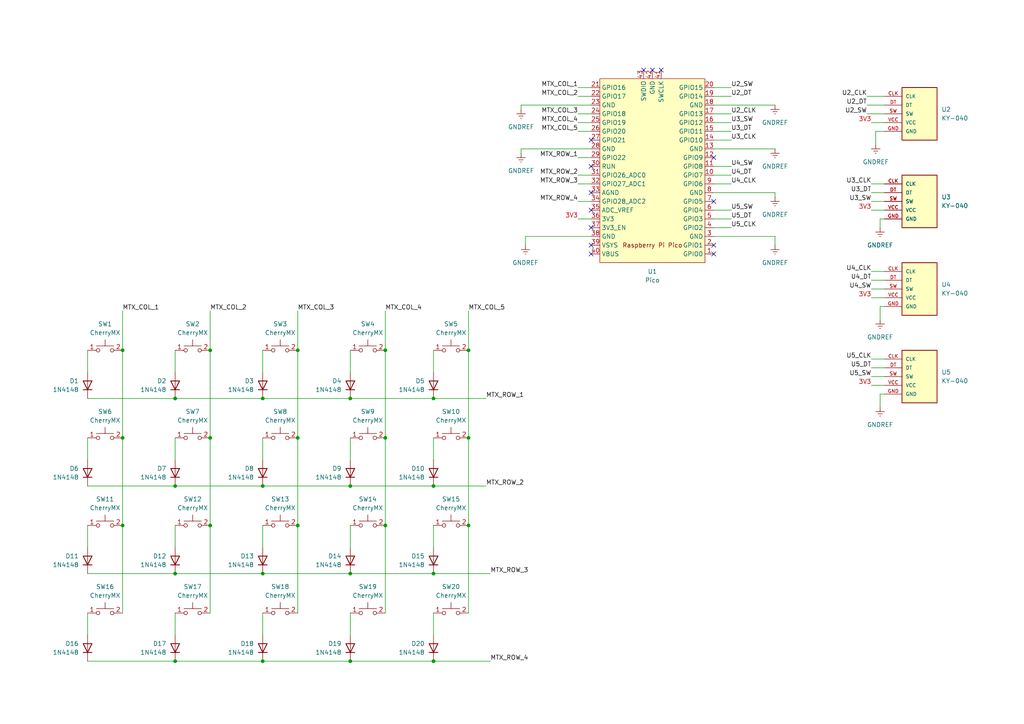
<source format=kicad_sch>
(kicad_sch (version 20230121) (generator eeschema)
  (paper "A4")
  (title_block (title "20-Key Macropad W/ 4 Rotary Encoders") (date "2023-11-14") (rev "1") (company "Penaz") (comment 1 "This macropad has not been tested yet."))
  (lib_symbols
    (symbol "Diode:1N4148" (pin_numbers hide) (pin_names hide)
      (property "Reference" "D" (at 0 2.54 0))
      (property "Value" "1N4148" (at 0 -2.54 0))
      (symbol "1N4148_0_1"
        (polyline (pts (xy -1.27 1.27) (xy -1.27 -1.27)) (stroke (width 0.254)))
        (polyline (pts (xy 1.27 0) (xy -1.27 0)))
        (polyline (pts (xy 1.27 1.27) (xy 1.27 -1.27) (xy -1.27 0) (xy 1.27 1.27)) (stroke (width 0.254)))
      )
      (symbol "1N4148_1_1"
        (pin passive line (at -3.81 0 0) (length 2.54) (name "K") (number "1"))
        (pin passive line (at 3.81 0 180) (length 2.54) (name "A") (number "2"))
      )
    )
    (symbol "KY-040_1" (pin_names (offset 1.016))
      (property "Reference" "U" (at -5.08 10.16 0))
      (property "Value" "KY-040" (at -5.08 -12.7 0))
      (symbol "KY-040_1_0_0"
        (rectangle (start -5.08 -7.62) (end 5.08 7.62) (stroke (width 0.254)) (fill (type background)))
        (pin output line (at -10.16 5.08 0) (length 5.08) (name "CLK") (number "CLK"))
        (pin output line (at -10.16 2.54 0) (length 5.08) (name "DT") (number "DT"))
        (pin power_in line (at -10.16 -5.08 0) (length 5.08) (name "GND") (number "GND"))
        (pin output line (at -10.16 0 0) (length 5.08) (name "SW") (number "SW"))
        (pin power_in line (at -10.16 -2.54 0) (length 5.08) (name "VCC") (number "VCC"))
      )
    )
    (symbol "KY-040_2" (pin_names (offset 1.016))
      (property "Reference" "U" (at -5.08 10.16 0))
      (property "Value" "KY-040" (at -5.08 -12.7 0))
      (symbol "KY-040_2_0_0"
        (rectangle (start -5.08 -7.62) (end 5.08 7.62) (stroke (width 0.254)) (fill (type background)))
        (pin output line (at -10.16 5.08 0) (length 5.08) (name "CLK") (number "CLK"))
        (pin output line (at -10.16 2.54 0) (length 5.08) (name "DT") (number "DT"))
        (pin power_in line (at -10.16 -5.08 0) (length 5.08) (name "GND") (number "GND"))
        (pin output line (at -10.16 0 0) (length 5.08) (name "SW") (number "SW"))
        (pin power_in line (at -10.16 -2.54 0) (length 5.08) (name "VCC") (number "VCC"))
      )
    )
    (symbol "MCU_RaspberryPi_and_Boards:CherryMX" (pin_names (offset 0.254))
      (property "Reference" "SW" (at 2.54 3.175 0))
      (property "Value" "CherryMX" (at 0 -1.905 0))
      (symbol "CherryMX_1_1"
        (circle (center -2.032 0) (radius 0.508))
        (polyline (pts (xy 0 1.27) (xy 0 3.048)))
        (polyline (pts (xy 2.54 1.27) (xy -2.54 1.27)))
        (circle (center 2.032 0) (radius 0.508))
        (pin passive line (at -5.08 0 0) (length 2.54) (name "~") (number "1"))
        (pin passive line (at 5.08 0 180) (length 2.54) (name "~") (number "2"))
      )
    )
    (symbol "MCU_RaspberryPi_and_Boards:Pico"
      (property "Reference" "U" (at -13.97 27.94 0))
      (property "Value" "Pico" (at 0 19.05 0))
      (symbol "Pico_0_0"
        (text "Raspberry Pi Pico" (at 0 21.59 0) (effects (font (size 1.27 1.27))))
      )
      (symbol "Pico_0_1"
        (rectangle (start -15.24 26.67) (end 15.24 -26.67) (fill (type background)))
      )
      (symbol "Pico_1_1"
        (pin bidirectional line (at -17.78 24.13 0) (length 2.54) (name "GPIO0") (number "1"))
        (pin bidirectional line (at -17.78 1.27 0) (length 2.54) (name "GPIO7") (number "10"))
        (pin bidirectional line (at -17.78 -1.27 0) (length 2.54) (name "GPIO8") (number "11"))
        (pin bidirectional line (at -17.78 -3.81 0) (length 2.54) (name "GPIO9") (number "12"))
        (pin power_in line (at -17.78 -6.35 0) (length 2.54) (name "GND") (number "13"))
        (pin bidirectional line (at -17.78 -8.89 0) (length 2.54) (name "GPIO10") (number "14"))
        (pin bidirectional line (at -17.78 -11.43 0) (length 2.54) (name "GPIO11") (number "15"))
        (pin bidirectional line (at -17.78 -13.97 0) (length 2.54) (name "GPIO12") (number "16"))
        (pin bidirectional line (at -17.78 -16.51 0) (length 2.54) (name "GPIO13") (number "17"))
        (pin power_in line (at -17.78 -19.05 0) (length 2.54) (name "GND") (number "18"))
        (pin bidirectional line (at -17.78 -21.59 0) (length 2.54) (name "GPIO14") (number "19"))
        (pin bidirectional line (at -17.78 21.59 0) (length 2.54) (name "GPIO1") (number "2"))
        (pin bidirectional line (at -17.78 -24.13 0) (length 2.54) (name "GPIO15") (number "20"))
        (pin bidirectional line (at 17.78 -24.13 180) (length 2.54) (name "GPIO16") (number "21"))
        (pin bidirectional line (at 17.78 -21.59 180) (length 2.54) (name "GPIO17") (number "22"))
        (pin power_in line (at 17.78 -19.05 180) (length 2.54) (name "GND") (number "23"))
        (pin bidirectional line (at 17.78 -16.51 180) (length 2.54) (name "GPIO18") (number "24"))
        (pin bidirectional line (at 17.78 -13.97 180) (length 2.54) (name "GPIO19") (number "25"))
        (pin bidirectional line (at 17.78 -11.43 180) (length 2.54) (name "GPIO20") (number "26"))
        (pin bidirectional line (at 17.78 -8.89 180) (length 2.54) (name "GPIO21") (number "27"))
        (pin power_in line (at 17.78 -6.35 180) (length 2.54) (name "GND") (number "28"))
        (pin bidirectional line (at 17.78 -3.81 180) (length 2.54) (name "GPIO22") (number "29"))
        (pin power_in line (at -17.78 19.05 0) (length 2.54) (name "GND") (number "3"))
        (pin input line (at 17.78 -1.27 180) (length 2.54) (name "RUN") (number "30"))
        (pin bidirectional line (at 17.78 1.27 180) (length 2.54) (name "GPIO26_ADC0") (number "31"))
        (pin bidirectional line (at 17.78 3.81 180) (length 2.54) (name "GPIO27_ADC1") (number "32"))
        (pin power_in line (at 17.78 6.35 180) (length 2.54) (name "AGND") (number "33"))
        (pin bidirectional line (at 17.78 8.89 180) (length 2.54) (name "GPIO28_ADC2") (number "34"))
        (pin power_in line (at 17.78 11.43 180) (length 2.54) (name "ADC_VREF") (number "35"))
        (pin power_in line (at 17.78 13.97 180) (length 2.54) (name "3V3") (number "36"))
        (pin input line (at 17.78 16.51 180) (length 2.54) (name "3V3_EN") (number "37"))
        (pin bidirectional line (at 17.78 19.05 180) (length 2.54) (name "GND") (number "38"))
        (pin power_in line (at 17.78 21.59 180) (length 2.54) (name "VSYS") (number "39"))
        (pin bidirectional line (at -17.78 16.51 0) (length 2.54) (name "GPIO2") (number "4"))
        (pin power_in line (at 17.78 24.13 180) (length 2.54) (name "VBUS") (number "40"))
        (pin input line (at -2.54 -29.21 90) (length 2.54) (name "SWCLK") (number "41"))
        (pin power_in line (at 0 -29.21 90) (length 2.54) (name "GND") (number "42"))
        (pin bidirectional line (at 2.54 -29.21 90) (length 2.54) (name "SWDIO") (number "43"))
        (pin bidirectional line (at -17.78 13.97 0) (length 2.54) (name "GPIO3") (number "5"))
        (pin bidirectional line (at -17.78 11.43 0) (length 2.54) (name "GPIO4") (number "6"))
        (pin bidirectional line (at -17.78 8.89 0) (length 2.54) (name "GPIO5") (number "7"))
        (pin power_in line (at -17.78 6.35 0) (length 2.54) (name "GND") (number "8"))
        (pin bidirectional line (at -17.78 3.81 0) (length 2.54) (name "GPIO6") (number "9"))
      )
    )
    (symbol "power:GNDREF" (power) (pin_names (offset 0))
      (property "Value" "GNDREF" (at 0 -3.81 0))
      (symbol "GNDREF_0_1"
        (polyline (pts (xy -0.635 -1.905) (xy 0.635 -1.905)))
        (polyline (pts (xy -0.127 -2.54) (xy 0.127 -2.54)))
        (polyline (pts (xy 0 -1.27) (xy 0 0)))
        (polyline (pts (xy 1.27 -1.27) (xy -1.27 -1.27)))
      )
      (symbol "GNDREF_1_1"
        (pin power_in line (at 0 0 270) (length 0) hide (name "GNDREF") (number "1"))
      )
    )
  )
  (junction (at 101.6 166.37))
  (junction (at 86.36 127))
  (junction (at 35.56 127))
  (junction (at 101.6 140.97))
  (junction (at 125.73 166.37))
  (junction (at 76.2 115.57))
  (junction (at 50.8 166.37))
  (junction (at 60.96 101.6))
  (junction (at 125.73 191.77))
  (junction (at 101.6 191.77))
  (junction (at 76.2 166.37))
  (junction (at 35.56 101.6))
  (junction (at 135.89 127))
  (junction (at 76.2 191.77))
  (junction (at 50.8 191.77))
  (junction (at 86.36 152.4))
  (junction (at 125.73 140.97))
  (junction (at 135.89 152.4))
  (junction (at 60.96 152.4))
  (junction (at 50.8 140.97))
  (junction (at 135.89 101.6))
  (junction (at 60.96 127))
  (junction (at 50.8 115.57))
  (junction (at 111.76 152.4))
  (junction (at 35.56 152.4))
  (junction (at 101.6 115.57))
  (junction (at 86.36 101.6))
  (junction (at 76.2 140.97))
  (junction (at 125.73 115.57))
  (junction (at 111.76 101.6))
  (junction (at 111.76 127))
  (no_connect (at 207.01 45.72))
  (no_connect (at 171.45 73.66))
  (no_connect (at 207.01 73.66))
  (no_connect (at 191.77 20.32))
  (no_connect (at 207.01 58.42))
  (no_connect (at 171.45 66.04))
  (no_connect (at 171.45 40.64))
  (no_connect (at 171.45 71.12))
  (no_connect (at 171.45 48.26))
  (no_connect (at 171.45 60.96))
  (no_connect (at 171.45 55.88))
  (no_connect (at 207.01 71.12))
  (no_connect (at 189.23 20.32))
  (no_connect (at 186.69 20.32))
  (wire (pts (xy 25.4 177.8) (xy 25.4 184.15)))
  (wire (pts (xy 50.8 127) (xy 50.8 133.35)))
  (wire (pts (xy 60.96 90.17) (xy 60.96 101.6)))
  (wire (pts (xy 256.54 114.3) (xy 255.27 114.3)))
  (wire (pts (xy 207.01 63.5) (xy 212.09 63.5)))
  (wire (pts (xy 101.6 191.77) (xy 125.73 191.77)))
  (wire (pts (xy 207.01 43.18) (xy 224.79 43.18)))
  (wire (pts (xy 167.64 38.1) (xy 171.45 38.1)))
  (wire (pts (xy 252.73 81.28) (xy 256.54 81.28)))
  (wire (pts (xy 25.4 152.4) (xy 25.4 158.75)))
  (wire (pts (xy 207.01 66.04) (xy 212.09 66.04)))
  (wire (pts (xy 167.64 45.72) (xy 171.45 45.72)))
  (wire (pts (xy 167.64 35.56) (xy 171.45 35.56)))
  (wire (pts (xy 207.01 53.34) (xy 212.09 53.34)))
  (wire (pts (xy 60.96 152.4) (xy 60.96 177.8)))
  (wire (pts (xy 25.4 101.6) (xy 25.4 107.95)))
  (wire (pts (xy 252.73 104.14) (xy 256.54 104.14)))
  (wire (pts (xy 135.89 101.6) (xy 135.89 127)))
  (wire (pts (xy 135.89 90.17) (xy 135.89 101.6)))
  (wire (pts (xy 251.46 27.94) (xy 256.54 27.94)))
  (wire (pts (xy 167.64 27.94) (xy 171.45 27.94)))
  (wire (pts (xy 50.8 191.77) (xy 76.2 191.77)))
  (wire (pts (xy 125.73 115.57) (xy 140.97 115.57)))
  (wire (pts (xy 25.4 191.77) (xy 50.8 191.77)))
  (wire (pts (xy 60.96 127) (xy 60.96 152.4)))
  (wire (pts (xy 35.56 101.6) (xy 35.56 127)))
  (wire (pts (xy 207.01 48.26) (xy 212.09 48.26)))
  (wire (pts (xy 207.01 30.48) (xy 224.79 30.48)))
  (wire (pts (xy 207.01 55.88) (xy 224.79 55.88)))
  (wire (pts (xy 86.36 90.17) (xy 86.36 101.6)))
  (wire (pts (xy 207.01 35.56) (xy 212.09 35.56)))
  (wire (pts (xy 252.73 106.68) (xy 256.54 106.68)))
  (wire (pts (xy 111.76 90.17) (xy 111.76 101.6)))
  (wire (pts (xy 125.73 166.37) (xy 142.24 166.37)))
  (wire (pts (xy 255.27 66.04) (xy 255.27 63.5)))
  (wire (pts (xy 252.73 60.96) (xy 256.54 60.96)))
  (wire (pts (xy 76.2 127) (xy 76.2 133.35)))
  (wire (pts (xy 25.4 140.97) (xy 50.8 140.97)))
  (wire (pts (xy 252.73 53.34) (xy 256.54 53.34)))
  (wire (pts (xy 167.64 63.5) (xy 171.45 63.5)))
  (wire (pts (xy 35.56 152.4) (xy 35.56 177.8)))
  (wire (pts (xy 207.01 68.58) (xy 224.79 68.58)))
  (wire (pts (xy 50.8 166.37) (xy 76.2 166.37)))
  (wire (pts (xy 252.73 78.74) (xy 256.54 78.74)))
  (wire (pts (xy 76.2 115.57) (xy 101.6 115.57)))
  (wire (pts (xy 171.45 43.18) (xy 151.13 43.18)))
  (wire (pts (xy 101.6 127) (xy 101.6 133.35)))
  (wire (pts (xy 25.4 166.37) (xy 50.8 166.37)))
  (wire (pts (xy 252.73 109.22) (xy 256.54 109.22)))
  (wire (pts (xy 252.73 55.88) (xy 256.54 55.88)))
  (wire (pts (xy 255.27 63.5) (xy 256.54 63.5)))
  (wire (pts (xy 167.64 58.42) (xy 171.45 58.42)))
  (wire (pts (xy 254 38.1) (xy 254 41.91)))
  (wire (pts (xy 125.73 177.8) (xy 125.73 184.15)))
  (wire (pts (xy 50.8 140.97) (xy 76.2 140.97)))
  (wire (pts (xy 76.2 177.8) (xy 76.2 184.15)))
  (wire (pts (xy 101.6 177.8) (xy 101.6 184.15)))
  (wire (pts (xy 135.89 152.4) (xy 135.89 177.8)))
  (wire (pts (xy 207.01 25.4) (xy 212.09 25.4)))
  (wire (pts (xy 207.01 38.1) (xy 212.09 38.1)))
  (wire (pts (xy 152.4 68.58) (xy 152.4 71.12)))
  (wire (pts (xy 151.13 30.48) (xy 151.13 31.75)))
  (wire (pts (xy 224.79 68.58) (xy 224.79 71.12)))
  (wire (pts (xy 50.8 152.4) (xy 50.8 158.75)))
  (wire (pts (xy 25.4 127) (xy 25.4 133.35)))
  (wire (pts (xy 101.6 140.97) (xy 125.73 140.97)))
  (wire (pts (xy 125.73 127) (xy 125.73 133.35)))
  (wire (pts (xy 101.6 152.4) (xy 101.6 158.75)))
  (wire (pts (xy 255.27 88.9) (xy 255.27 92.71)))
  (wire (pts (xy 252.73 111.76) (xy 256.54 111.76)))
  (wire (pts (xy 76.2 140.97) (xy 101.6 140.97)))
  (wire (pts (xy 50.8 177.8) (xy 50.8 184.15)))
  (wire (pts (xy 25.4 115.57) (xy 50.8 115.57)))
  (wire (pts (xy 76.2 152.4) (xy 76.2 158.75)))
  (wire (pts (xy 101.6 115.57) (xy 125.73 115.57)))
  (wire (pts (xy 207.01 50.8) (xy 212.09 50.8)))
  (wire (pts (xy 224.79 55.88) (xy 224.79 57.15)))
  (wire (pts (xy 50.8 115.57) (xy 76.2 115.57)))
  (wire (pts (xy 111.76 101.6) (xy 111.76 127)))
  (wire (pts (xy 151.13 43.18) (xy 151.13 44.45)))
  (wire (pts (xy 167.64 53.34) (xy 171.45 53.34)))
  (wire (pts (xy 252.73 83.82) (xy 256.54 83.82)))
  (wire (pts (xy 135.89 127) (xy 135.89 152.4)))
  (wire (pts (xy 76.2 191.77) (xy 101.6 191.77)))
  (wire (pts (xy 125.73 140.97) (xy 140.97 140.97)))
  (wire (pts (xy 86.36 152.4) (xy 86.36 177.8)))
  (wire (pts (xy 207.01 33.02) (xy 212.09 33.02)))
  (wire (pts (xy 125.73 191.77) (xy 142.24 191.77)))
  (wire (pts (xy 76.2 166.37) (xy 101.6 166.37)))
  (wire (pts (xy 251.46 33.02) (xy 256.54 33.02)))
  (wire (pts (xy 167.64 50.8) (xy 171.45 50.8)))
  (wire (pts (xy 167.64 33.02) (xy 171.45 33.02)))
  (wire (pts (xy 125.73 101.6) (xy 125.73 107.95)))
  (wire (pts (xy 125.73 152.4) (xy 125.73 158.75)))
  (wire (pts (xy 76.2 101.6) (xy 76.2 107.95)))
  (wire (pts (xy 111.76 127) (xy 111.76 152.4)))
  (wire (pts (xy 50.8 101.6) (xy 50.8 107.95)))
  (wire (pts (xy 171.45 68.58) (xy 152.4 68.58)))
  (wire (pts (xy 207.01 27.94) (xy 212.09 27.94)))
  (wire (pts (xy 167.64 25.4) (xy 171.45 25.4)))
  (wire (pts (xy 251.46 30.48) (xy 256.54 30.48)))
  (wire (pts (xy 101.6 101.6) (xy 101.6 107.95)))
  (wire (pts (xy 252.73 35.56) (xy 256.54 35.56)))
  (wire (pts (xy 60.96 101.6) (xy 60.96 127)))
  (wire (pts (xy 207.01 60.96) (xy 212.09 60.96)))
  (wire (pts (xy 101.6 166.37) (xy 125.73 166.37)))
  (wire (pts (xy 252.73 86.36) (xy 256.54 86.36)))
  (wire (pts (xy 256.54 88.9) (xy 255.27 88.9)))
  (wire (pts (xy 86.36 127) (xy 86.36 152.4)))
  (wire (pts (xy 256.54 38.1) (xy 254 38.1)))
  (wire (pts (xy 255.27 114.3) (xy 255.27 118.11)))
  (wire (pts (xy 207.01 40.64) (xy 212.09 40.64)))
  (wire (pts (xy 252.73 58.42) (xy 256.54 58.42)))
  (wire (pts (xy 86.36 101.6) (xy 86.36 127)))
  (wire (pts (xy 171.45 30.48) (xy 151.13 30.48)))
  (wire (pts (xy 111.76 152.4) (xy 111.76 177.8)))
  (wire (pts (xy 35.56 127) (xy 35.56 152.4)))
  (wire (pts (xy 35.56 90.17) (xy 35.56 101.6)))
  (label "MTX_ROW_1" (at 140.97 115.57 0))
  (label "U3_SW" (at 212.09 35.56 0))
  (label "U5_DT" (at 212.09 63.5 0))
  (label "U5_SW" (at 212.09 60.96 0))
  (label "U2_SW" (at 251.46 33.02 180))
  (label "MTX_COL_4" (at 167.64 35.56 180))
  (label "U2_CLK" (at 212.09 33.02 0))
  (label "MTX_COL_1" (at 167.64 25.4 180))
  (label "MTX_ROW_1" (at 167.64 45.72 180))
  (label "U5_SW" (at 252.73 109.22 180))
  (label "MTX_COL_5" (at 167.64 38.1 180))
  (label "3V3" (at 252.73 60.96 180))
  (label "MTX_COL_1" (at 35.56 90.17 0))
  (label "U5_DT" (at 252.73 106.68 180))
  (label "MTX_ROW_2" (at 140.97 140.97 0))
  (label "U3_CLK" (at 212.09 40.64 0))
  (label "MTX_COL_5" (at 135.89 90.17 0))
  (label "U2_DT" (at 212.09 27.94 0))
  (label "U2_DT" (at 251.46 30.48 180))
  (label "3V3" (at 252.73 111.76 180))
  (label "MTX_ROW_4" (at 167.64 58.42 180))
  (label "MTX_COL_4" (at 111.76 90.17 0))
  (label "MTX_ROW_4" (at 142.24 191.77 0))
  (label "U4_CLK" (at 212.09 53.34 0))
  (label "U4_SW" (at 212.09 48.26 0))
  (label "MTX_ROW_3" (at 142.24 166.37 0))
  (label "3V3" (at 252.73 86.36 180))
  (label "3V3" (at 167.64 63.5 180))
  (label "3V3" (at 252.73 35.56 180))
  (label "U5_CLK" (at 212.09 66.04 0))
  (label "U3_SW" (at 252.73 58.42 180))
  (label "MTX_ROW_3" (at 167.64 53.34 180))
  (label "U2_CLK" (at 251.46 27.94 180))
  (label "U5_CLK" (at 252.73 104.14 180))
  (label "MTX_COL_2" (at 167.64 27.94 180))
  (label "U3_DT" (at 252.73 55.88 180))
  (label "MTX_ROW_2" (at 167.64 50.8 180))
  (label "U3_DT" (at 212.09 38.1 0))
  (label "U4_SW" (at 252.73 83.82 180))
  (label "MTX_COL_3" (at 86.36 90.17 0))
  (label "U3_CLK" (at 252.73 53.34 180))
  (label "U4_DT" (at 212.09 50.8 0))
  (label "MTX_COL_2" (at 60.96 90.17 0))
  (label "MTX_COL_3" (at 167.64 33.02 180))
  (label "U4_CLK" (at 252.73 78.74 180))
  (label "U4_DT" (at 252.73 81.28 180))
  (label "U2_SW" (at 212.09 25.4 0))
  (symbol (lib_id "Diode:1N4148") (at 25.4 111.76 270) (mirror x) (unit 1)
    (property "Reference" "D1" (at 22.86 110.49 90) (effects (justify right)))
    (property "Value" "1N4148" (at 22.86 113.03 90) (effects (justify right)))
    (property "Footprint" "PCM_4ms_Diode:D_DO-35_P7.62mm_Horizontal" (effects hide))
    (property "Datasheet" "https://assets.nexperia.com/documents/data-sheet/1N4148_1N4448.pdf" (effects hide))
    (property "Sim.Device" "D" (effects hide))
    (property "Sim.Pins" "1=K 2=A" (effects hide))
  )
  (symbol (lib_id "MCU_RaspberryPi_and_Boards:CherryMX") (at 55.88 177.8 0) (unit 1)
    (property "Reference" "SW17" (at 55.88 170.18 0))
    (property "Value" "CherryMX" (at 55.88 172.72 0))
    (property "Footprint" "PCM_Switch_Keyboard_Cherry_MX:SW_Cherry_MX_PCB" (effects hide))
  )
  (symbol (lib_id "MCU_RaspberryPi_and_Boards:CherryMX") (at 81.28 152.4 0) (unit 1)
    (property "Reference" "SW13" (at 81.28 144.78 0))
    (property "Value" "CherryMX" (at 81.28 147.32 0))
    (property "Footprint" "PCM_Switch_Keyboard_Cherry_MX:SW_Cherry_MX_PCB" (effects hide))
  )
  (symbol (lib_id "power:GNDREF") (at 254 41.91 0) (unit 1)
    (property "Reference" "#PWR02" (effects hide))
    (property "Value" "GNDREF" (at 254 46.99 0))
  )
  (symbol (lib_id "MCU_RaspberryPi_and_Boards:CherryMX") (at 106.68 101.6 0) (unit 1)
    (property "Reference" "SW4" (at 106.68 93.98 0))
    (property "Value" "CherryMX" (at 106.68 96.52 0))
    (property "Footprint" "PCM_Switch_Keyboard_Cherry_MX:SW_Cherry_MX_PCB" (effects hide))
  )
  (symbol (lib_id "Diode:1N4148") (at 50.8 187.96 270) (mirror x) (unit 1)
    (property "Reference" "D17" (at 48.26 186.69 90) (effects (justify right)))
    (property "Value" "1N4148" (at 48.26 189.23 90) (effects (justify right)))
    (property "Footprint" "PCM_4ms_Diode:D_DO-35_P7.62mm_Horizontal" (effects hide))
    (property "Datasheet" "https://assets.nexperia.com/documents/data-sheet/1N4148_1N4448.pdf" (effects hide))
    (property "Sim.Device" "D" (effects hide))
    (property "Sim.Pins" "1=K 2=A" (effects hide))
  )
  (symbol (lib_id "power:GNDREF") (at 224.79 57.15 0) (unit 1)
    (property "Reference" "#PWR05" (effects hide))
    (property "Value" "GNDREF" (at 224.79 62.23 0))
  )
  (symbol (lib_id "Diode:1N4148") (at 76.2 111.76 270) (mirror x) (unit 1)
    (property "Reference" "D3" (at 73.66 110.49 90) (effects (justify right)))
    (property "Value" "1N4148" (at 73.66 113.03 90) (effects (justify right)))
    (property "Footprint" "PCM_4ms_Diode:D_DO-35_P7.62mm_Horizontal" (effects hide))
    (property "Datasheet" "https://assets.nexperia.com/documents/data-sheet/1N4148_1N4448.pdf" (effects hide))
    (property "Sim.Device" "D" (effects hide))
    (property "Sim.Pins" "1=K 2=A" (effects hide))
  )
  (symbol (lib_id "MCU_RaspberryPi_and_Boards:CherryMX") (at 55.88 152.4 0) (unit 1)
    (property "Reference" "SW12" (at 55.88 144.78 0))
    (property "Value" "CherryMX" (at 55.88 147.32 0))
    (property "Footprint" "PCM_Switch_Keyboard_Cherry_MX:SW_Cherry_MX_PCB" (effects hide))
  )
  (symbol (lib_id "power:GNDREF") (at 255.27 92.71 0) (unit 1)
    (property "Reference" "#PWR03" (effects hide))
    (property "Value" "GNDREF" (at 255.27 97.79 0))
  )
  (symbol (lib_id "MCU_RaspberryPi_and_Boards:CherryMX") (at 30.48 152.4 0) (unit 1)
    (property "Reference" "SW11" (at 30.48 144.78 0))
    (property "Value" "CherryMX" (at 30.48 147.32 0))
    (property "Footprint" "PCM_Switch_Keyboard_Cherry_MX:SW_Cherry_MX_PCB" (effects hide))
  )
  (symbol (lib_id "MCU_RaspberryPi_and_Boards:CherryMX") (at 130.81 101.6 0) (unit 1)
    (property "Reference" "SW5" (at 130.81 93.98 0))
    (property "Value" "CherryMX" (at 130.81 96.52 0))
    (property "Footprint" "PCM_Switch_Keyboard_Cherry_MX:SW_Cherry_MX_PCB" (effects hide))
  )
  (symbol (lib_id "MCU_RaspberryPi_and_Boards:CherryMX") (at 130.81 177.8 0) (unit 1)
    (property "Reference" "SW20" (at 130.81 170.18 0))
    (property "Value" "CherryMX" (at 130.81 172.72 0))
    (property "Footprint" "PCM_Switch_Keyboard_Cherry_MX:SW_Cherry_MX_PCB" (effects hide))
  )
  (symbol (lib_id "Diode:1N4148") (at 25.4 137.16 270) (mirror x) (unit 1)
    (property "Reference" "D6" (at 22.86 135.89 90) (effects (justify right)))
    (property "Value" "1N4148" (at 22.86 138.43 90) (effects (justify right)))
    (property "Footprint" "PCM_4ms_Diode:D_DO-35_P7.62mm_Horizontal" (effects hide))
    (property "Datasheet" "https://assets.nexperia.com/documents/data-sheet/1N4148_1N4448.pdf" (effects hide))
    (property "Sim.Device" "D" (effects hide))
    (property "Sim.Pins" "1=K 2=A" (effects hide))
  )
  (symbol (lib_id "Diode:1N4148") (at 50.8 137.16 270) (mirror x) (unit 1)
    (property "Reference" "D7" (at 48.26 135.89 90) (effects (justify right)))
    (property "Value" "1N4148" (at 48.26 138.43 90) (effects (justify right)))
    (property "Footprint" "PCM_4ms_Diode:D_DO-35_P7.62mm_Horizontal" (effects hide))
    (property "Datasheet" "https://assets.nexperia.com/documents/data-sheet/1N4148_1N4448.pdf" (effects hide))
    (property "Sim.Device" "D" (effects hide))
    (property "Sim.Pins" "1=K 2=A" (effects hide))
  )
  (symbol (lib_id "power:GNDREF") (at 255.27 66.04 0) (unit 1)
    (property "Reference" "#PWR01" (effects hide))
    (property "Value" "GNDREF" (at 255.27 71.12 0))
  )
  (symbol (lib_id "MCU_RaspberryPi_and_Boards:CherryMX") (at 30.48 127 0) (unit 1)
    (property "Reference" "SW6" (at 30.48 119.38 0))
    (property "Value" "CherryMX" (at 30.48 121.92 0))
    (property "Footprint" "PCM_Switch_Keyboard_Cherry_MX:SW_Cherry_MX_PCB" (effects hide))
  )
  (symbol (lib_id "Diode:1N4148") (at 125.73 137.16 270) (mirror x) (unit 1)
    (property "Reference" "D10" (at 123.19 135.89 90) (effects (justify right)))
    (property "Value" "1N4148" (at 123.19 138.43 90) (effects (justify right)))
    (property "Footprint" "PCM_4ms_Diode:D_DO-35_P7.62mm_Horizontal" (effects hide))
    (property "Datasheet" "https://assets.nexperia.com/documents/data-sheet/1N4148_1N4448.pdf" (effects hide))
    (property "Sim.Device" "D" (effects hide))
    (property "Sim.Pins" "1=K 2=A" (effects hide))
  )
  (symbol (lib_id "MCU_RaspberryPi_and_Boards:Pico") (at 189.23 49.53 180) (unit 1)
    (property "Reference" "U1" (at 189.23 78.74 0))
    (property "Value" "Pico" (at 189.23 81.28 0))
    (property "Footprint" "Custom:RPi_Pico_SMD_TH" (effects hide))
  )
  (symbol (lib_id "MCU_RaspberryPi_and_Boards:CherryMX") (at 81.28 127 0) (unit 1)
    (property "Reference" "SW8" (at 81.28 119.38 0))
    (property "Value" "CherryMX" (at 81.28 121.92 0))
    (property "Footprint" "PCM_Switch_Keyboard_Cherry_MX:SW_Cherry_MX_PCB" (effects hide))
  )
  (symbol (lib_id "MCU_RaspberryPi_and_Boards:CherryMX") (at 30.48 101.6 0) (unit 1)
    (property "Reference" "SW1" (at 30.48 93.98 0))
    (property "Value" "CherryMX" (at 30.48 96.52 0))
    (property "Footprint" "PCM_Switch_Keyboard_Cherry_MX:SW_Cherry_MX_PCB" (effects hide))
  )
  (symbol (lib_id "MCU_RaspberryPi_and_Boards:CherryMX") (at 81.28 101.6 0) (unit 1)
    (property "Reference" "SW3" (at 81.28 93.98 0))
    (property "Value" "CherryMX" (at 81.28 96.52 0))
    (property "Footprint" "PCM_Switch_Keyboard_Cherry_MX:SW_Cherry_MX_PCB" (effects hide))
  )
  (symbol (lib_id "Diode:1N4148") (at 125.73 111.76 270) (mirror x) (unit 1)
    (property "Reference" "D5" (at 123.19 110.49 90) (effects (justify right)))
    (property "Value" "1N4148" (at 123.19 113.03 90) (effects (justify right)))
    (property "Footprint" "PCM_4ms_Diode:D_DO-35_P7.62mm_Horizontal" (effects hide))
    (property "Datasheet" "https://assets.nexperia.com/documents/data-sheet/1N4148_1N4448.pdf" (effects hide))
    (property "Sim.Device" "D" (effects hide))
    (property "Sim.Pins" "1=K 2=A" (effects hide))
  )
  (symbol (lib_id "power:GNDREF") (at 224.79 43.18 0) (unit 1)
    (property "Reference" "#PWR011" (effects hide))
    (property "Value" "GNDREF" (at 224.79 48.26 0))
  )
  (symbol (lib_id "power:GNDREF") (at 152.4 71.12 0) (unit 1)
    (property "Reference" "#PWR08" (effects hide))
    (property "Value" "GNDREF" (at 152.4 76.2 0))
  )
  (symbol (lib_name "KY-040_1") (lib_id "Custom:KY-040") (at 266.7 33.02 0) (unit 1)
    (property "Reference" "U2" (at 273.05 31.75 0) (effects (justify left)))
    (property "Value" "KY-040" (at 273.05 34.29 0) (effects (justify left)))
    (property "Footprint" "KY-040-PORT" (effects hide))
  )
  (symbol (lib_id "Diode:1N4148") (at 101.6 162.56 270) (mirror x) (unit 1)
    (property "Reference" "D14" (at 99.06 161.29 90) (effects (justify right)))
    (property "Value" "1N4148" (at 99.06 163.83 90) (effects (justify right)))
    (property "Footprint" "PCM_4ms_Diode:D_DO-35_P7.62mm_Horizontal" (effects hide))
    (property "Datasheet" "https://assets.nexperia.com/documents/data-sheet/1N4148_1N4448.pdf" (effects hide))
    (property "Sim.Device" "D" (effects hide))
    (property "Sim.Pins" "1=K 2=A" (effects hide))
  )
  (symbol (lib_id "MCU_RaspberryPi_and_Boards:CherryMX") (at 130.81 152.4 0) (unit 1)
    (property "Reference" "SW15" (at 130.81 144.78 0))
    (property "Value" "CherryMX" (at 130.81 147.32 0))
    (property "Footprint" "PCM_Switch_Keyboard_Cherry_MX:SW_Cherry_MX_PCB" (effects hide))
  )
  (symbol (lib_id "MCU_RaspberryPi_and_Boards:CherryMX") (at 55.88 101.6 0) (unit 1)
    (property "Reference" "SW2" (at 55.88 93.98 0))
    (property "Value" "CherryMX" (at 55.88 96.52 0))
    (property "Footprint" "PCM_Switch_Keyboard_Cherry_MX:SW_Cherry_MX_PCB" (effects hide))
  )
  (symbol (lib_id "Diode:1N4148") (at 101.6 111.76 270) (mirror x) (unit 1)
    (property "Reference" "D4" (at 99.06 110.49 90) (effects (justify right)))
    (property "Value" "1N4148" (at 99.06 113.03 90) (effects (justify right)))
    (property "Footprint" "PCM_4ms_Diode:D_DO-35_P7.62mm_Horizontal" (effects hide))
    (property "Datasheet" "https://assets.nexperia.com/documents/data-sheet/1N4148_1N4448.pdf" (effects hide))
    (property "Sim.Device" "D" (effects hide))
    (property "Sim.Pins" "1=K 2=A" (effects hide))
  )
  (symbol (lib_id "Diode:1N4148") (at 101.6 187.96 270) (mirror x) (unit 1)
    (property "Reference" "D19" (at 99.06 186.69 90) (effects (justify right)))
    (property "Value" "1N4148" (at 99.06 189.23 90) (effects (justify right)))
    (property "Footprint" "PCM_4ms_Diode:D_DO-35_P7.62mm_Horizontal" (effects hide))
    (property "Datasheet" "https://assets.nexperia.com/documents/data-sheet/1N4148_1N4448.pdf" (effects hide))
    (property "Sim.Device" "D" (effects hide))
    (property "Sim.Pins" "1=K 2=A" (effects hide))
  )
  (symbol (lib_id "power:GNDREF") (at 224.79 71.12 0) (unit 1)
    (property "Reference" "#PWR07" (effects hide))
    (property "Value" "GNDREF" (at 224.79 76.2 0))
  )
  (symbol (lib_id "MCU_RaspberryPi_and_Boards:CherryMX") (at 55.88 127 0) (unit 1)
    (property "Reference" "SW7" (at 55.88 119.38 0))
    (property "Value" "CherryMX" (at 55.88 121.92 0))
    (property "Footprint" "PCM_Switch_Keyboard_Cherry_MX:SW_Cherry_MX_PCB" (effects hide))
  )
  (symbol (lib_id "Diode:1N4148") (at 25.4 162.56 270) (mirror x) (unit 1)
    (property "Reference" "D11" (at 22.86 161.29 90) (effects (justify right)))
    (property "Value" "1N4148" (at 22.86 163.83 90) (effects (justify right)))
    (property "Footprint" "PCM_4ms_Diode:D_DO-35_P7.62mm_Horizontal" (effects hide))
    (property "Datasheet" "https://assets.nexperia.com/documents/data-sheet/1N4148_1N4448.pdf" (effects hide))
    (property "Sim.Device" "D" (effects hide))
    (property "Sim.Pins" "1=K 2=A" (effects hide))
  )
  (symbol (lib_id "MCU_RaspberryPi_and_Boards:CherryMX") (at 81.28 177.8 0) (unit 1)
    (property "Reference" "SW18" (at 81.28 170.18 0))
    (property "Value" "CherryMX" (at 81.28 172.72 0))
    (property "Footprint" "PCM_Switch_Keyboard_Cherry_MX:SW_Cherry_MX_PCB" (effects hide))
  )
  (symbol (lib_id "MCU_RaspberryPi_and_Boards:CherryMX") (at 130.81 127 0) (unit 1)
    (property "Reference" "SW10" (at 130.81 119.38 0))
    (property "Value" "CherryMX" (at 130.81 121.92 0))
    (property "Footprint" "PCM_Switch_Keyboard_Cherry_MX:SW_Cherry_MX_PCB" (effects hide))
  )
  (symbol (lib_id "Diode:1N4148") (at 76.2 187.96 270) (mirror x) (unit 1)
    (property "Reference" "D18" (at 73.66 186.69 90) (effects (justify right)))
    (property "Value" "1N4148" (at 73.66 189.23 90) (effects (justify right)))
    (property "Footprint" "PCM_4ms_Diode:D_DO-35_P7.62mm_Horizontal" (effects hide))
    (property "Datasheet" "https://assets.nexperia.com/documents/data-sheet/1N4148_1N4448.pdf" (effects hide))
    (property "Sim.Device" "D" (effects hide))
    (property "Sim.Pins" "1=K 2=A" (effects hide))
  )
  (symbol (lib_id "Diode:1N4148") (at 25.4 187.96 270) (mirror x) (unit 1)
    (property "Reference" "D16" (at 22.86 186.69 90) (effects (justify right)))
    (property "Value" "1N4148" (at 22.86 189.23 90) (effects (justify right)))
    (property "Footprint" "PCM_4ms_Diode:D_DO-35_P7.62mm_Horizontal" (effects hide))
    (property "Datasheet" "https://assets.nexperia.com/documents/data-sheet/1N4148_1N4448.pdf" (effects hide))
    (property "Sim.Device" "D" (effects hide))
    (property "Sim.Pins" "1=K 2=A" (effects hide))
  )
  (symbol (lib_id "MCU_RaspberryPi_and_Boards:CherryMX") (at 106.68 127 0) (unit 1)
    (property "Reference" "SW9" (at 106.68 119.38 0))
    (property "Value" "CherryMX" (at 106.68 121.92 0))
    (property "Footprint" "PCM_Switch_Keyboard_Cherry_MX:SW_Cherry_MX_PCB" (effects hide))
  )
  (symbol (lib_id "Diode:1N4148") (at 76.2 162.56 270) (mirror x) (unit 1)
    (property "Reference" "D13" (at 73.66 161.29 90) (effects (justify right)))
    (property "Value" "1N4148" (at 73.66 163.83 90) (effects (justify right)))
    (property "Footprint" "PCM_4ms_Diode:D_DO-35_P7.62mm_Horizontal" (effects hide))
    (property "Datasheet" "https://assets.nexperia.com/documents/data-sheet/1N4148_1N4448.pdf" (effects hide))
    (property "Sim.Device" "D" (effects hide))
    (property "Sim.Pins" "1=K 2=A" (effects hide))
  )
  (symbol (lib_id "Diode:1N4148") (at 50.8 162.56 270) (mirror x) (unit 1)
    (property "Reference" "D12" (at 48.26 161.29 90) (effects (justify right)))
    (property "Value" "1N4148" (at 48.26 163.83 90) (effects (justify right)))
    (property "Footprint" "PCM_4ms_Diode:D_DO-35_P7.62mm_Horizontal" (effects hide))
    (property "Datasheet" "https://assets.nexperia.com/documents/data-sheet/1N4148_1N4448.pdf" (effects hide))
    (property "Sim.Device" "D" (effects hide))
    (property "Sim.Pins" "1=K 2=A" (effects hide))
  )
  (symbol (lib_id "power:GNDREF") (at 255.27 118.11 0) (unit 1)
    (property "Reference" "#PWR04" (effects hide))
    (property "Value" "GNDREF" (at 255.27 123.19 0))
  )
  (symbol (lib_id "MCU_RaspberryPi_and_Boards:CherryMX") (at 106.68 152.4 0) (unit 1)
    (property "Reference" "SW14" (at 106.68 144.78 0))
    (property "Value" "CherryMX" (at 106.68 147.32 0))
    (property "Footprint" "PCM_Switch_Keyboard_Cherry_MX:SW_Cherry_MX_PCB" (effects hide))
  )
  (symbol (lib_id "Diode:1N4148") (at 50.8 111.76 270) (mirror x) (unit 1)
    (property "Reference" "D2" (at 48.26 110.49 90) (effects (justify right)))
    (property "Value" "1N4148" (at 48.26 113.03 90) (effects (justify right)))
    (property "Footprint" "PCM_4ms_Diode:D_DO-35_P7.62mm_Horizontal" (effects hide))
    (property "Datasheet" "https://assets.nexperia.com/documents/data-sheet/1N4148_1N4448.pdf" (effects hide))
    (property "Sim.Device" "D" (effects hide))
    (property "Sim.Pins" "1=K 2=A" (effects hide))
  )
  (symbol (lib_name "KY-040_2") (lib_id "Custom:KY-040") (at 266.7 58.42 0) (unit 1)
    (property "Reference" "U3" (at 273.05 57.15 0) (effects (justify left)))
    (property "Value" "KY-040" (at 273.05 59.69 0) (effects (justify left)))
    (property "Footprint" "KY-040-PORT" (effects hide))
  )
  (symbol (lib_id "MCU_RaspberryPi_and_Boards:CherryMX") (at 106.68 177.8 0) (unit 1)
    (property "Reference" "SW19" (at 106.68 170.18 0))
    (property "Value" "CherryMX" (at 106.68 172.72 0))
    (property "Footprint" "PCM_Switch_Keyboard_Cherry_MX:SW_Cherry_MX_PCB" (effects hide))
  )
  (symbol (lib_id "Diode:1N4148") (at 125.73 162.56 270) (mirror x) (unit 1)
    (property "Reference" "D15" (at 123.19 161.29 90) (effects (justify right)))
    (property "Value" "1N4148" (at 123.19 163.83 90) (effects (justify right)))
    (property "Footprint" "PCM_4ms_Diode:D_DO-35_P7.62mm_Horizontal" (effects hide))
    (property "Datasheet" "https://assets.nexperia.com/documents/data-sheet/1N4148_1N4448.pdf" (effects hide))
    (property "Sim.Device" "D" (effects hide))
    (property "Sim.Pins" "1=K 2=A" (effects hide))
  )
  (symbol (lib_name "KY-040_2") (lib_id "Custom:KY-040") (at 266.7 83.82 0) (unit 1)
    (property "Reference" "U4" (at 273.05 82.55 0) (effects (justify left)))
    (property "Value" "KY-040" (at 273.05 85.09 0) (effects (justify left)))
    (property "Footprint" "KY-040-PORT" (effects hide))
  )
  (symbol (lib_id "Diode:1N4148") (at 125.73 187.96 270) (mirror x) (unit 1)
    (property "Reference" "D20" (at 123.19 186.69 90) (effects (justify right)))
    (property "Value" "1N4148" (at 123.19 189.23 90) (effects (justify right)))
    (property "Footprint" "PCM_4ms_Diode:D_DO-35_P7.62mm_Horizontal" (effects hide))
    (property "Datasheet" "https://assets.nexperia.com/documents/data-sheet/1N4148_1N4448.pdf" (effects hide))
    (property "Sim.Device" "D" (effects hide))
    (property "Sim.Pins" "1=K 2=A" (effects hide))
  )
  (symbol (lib_id "power:GNDREF") (at 151.13 31.75 0) (unit 1)
    (property "Reference" "#PWR09" (effects hide))
    (property "Value" "GNDREF" (at 151.13 36.83 0))
  )
  (symbol (lib_id "power:GNDREF") (at 224.79 30.48 0) (unit 1)
    (property "Reference" "#PWR06" (effects hide))
    (property "Value" "GNDREF" (at 224.79 35.56 0))
  )
  (symbol (lib_id "Diode:1N4148") (at 76.2 137.16 270) (mirror x) (unit 1)
    (property "Reference" "D8" (at 73.66 135.89 90) (effects (justify right)))
    (property "Value" "1N4148" (at 73.66 138.43 90) (effects (justify right)))
    (property "Footprint" "PCM_4ms_Diode:D_DO-35_P7.62mm_Horizontal" (effects hide))
    (property "Datasheet" "https://assets.nexperia.com/documents/data-sheet/1N4148_1N4448.pdf" (effects hide))
    (property "Sim.Device" "D" (effects hide))
    (property "Sim.Pins" "1=K 2=A" (effects hide))
  )
  (symbol (lib_id "power:GNDREF") (at 151.13 44.45 0) (unit 1)
    (property "Reference" "#PWR010" (effects hide))
    (property "Value" "GNDREF" (at 151.13 49.53 0))
  )
  (symbol (lib_name "KY-040_2") (lib_id "Custom:KY-040") (at 266.7 109.22 0) (unit 1)
    (property "Reference" "U5" (at 273.05 107.95 0) (effects (justify left)))
    (property "Value" "KY-040" (at 273.05 110.49 0) (effects (justify left)))
    (property "Footprint" "KY-040-PORT" (effects hide))
  )
  (symbol (lib_id "Diode:1N4148") (at 101.6 137.16 270) (mirror x) (unit 1)
    (property "Reference" "D9" (at 99.06 135.89 90) (effects (justify right)))
    (property "Value" "1N4148" (at 99.06 138.43 90) (effects (justify right)))
    (property "Footprint" "PCM_4ms_Diode:D_DO-35_P7.62mm_Horizontal" (effects hide))
    (property "Datasheet" "https://assets.nexperia.com/documents/data-sheet/1N4148_1N4448.pdf" (effects hide))
    (property "Sim.Device" "D" (effects hide))
    (property "Sim.Pins" "1=K 2=A" (effects hide))
  )
  (symbol (lib_id "MCU_RaspberryPi_and_Boards:CherryMX") (at 30.48 177.8 0) (unit 1)
    (property "Reference" "SW16" (at 30.48 170.18 0))
    (property "Value" "CherryMX" (at 30.48 172.72 0))
    (property "Footprint" "PCM_Switch_Keyboard_Cherry_MX:SW_Cherry_MX_PCB" (effects hide))
  )
)
</source>
